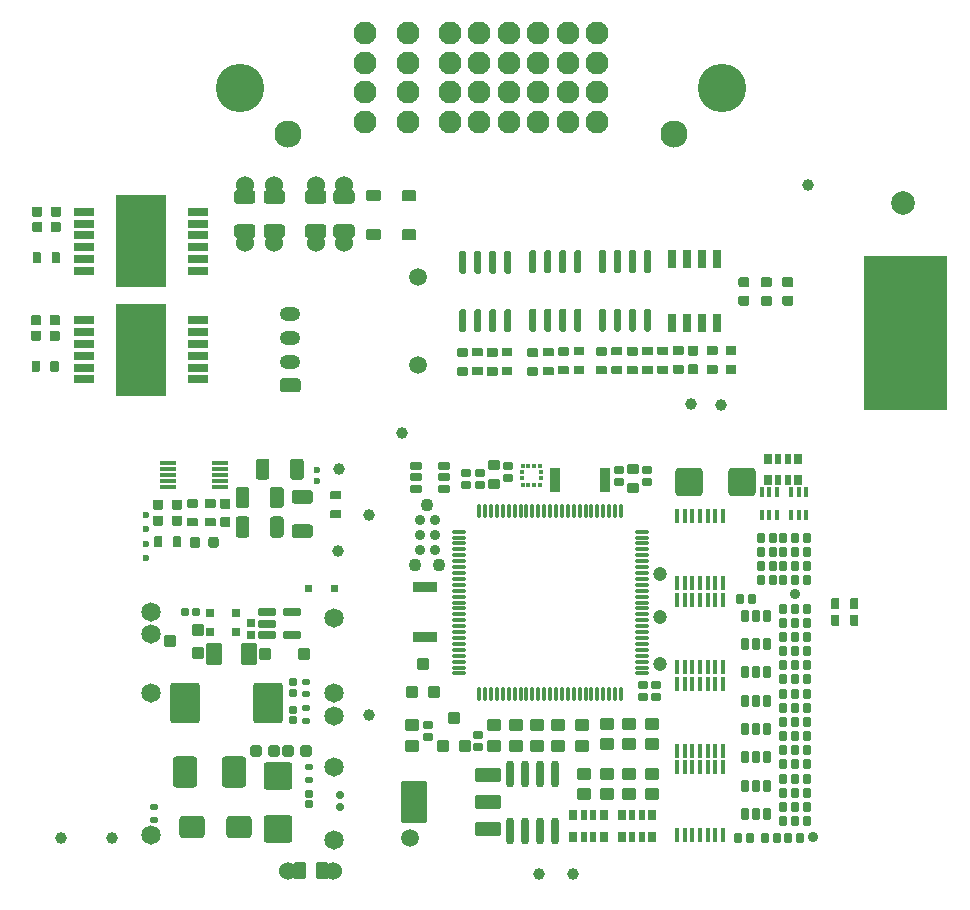
<source format=gts>
G75*
G70*
%OFA0B0*%
%FSLAX25Y25*%
%IPPOS*%
%LPD*%
%AMOC8*
5,1,8,0,0,1.08239X$1,22.5*
%
%AMM108*
21,1,0.029530,0.026380,-0.000000,0.000000,0.000000*
21,1,0.020470,0.035430,-0.000000,0.000000,0.000000*
1,1,0.009060,0.010240,-0.013190*
1,1,0.009060,-0.010240,-0.013190*
1,1,0.009060,-0.010240,0.013190*
1,1,0.009060,0.010240,0.013190*
%
%AMM109*
21,1,0.021650,0.027950,-0.000000,0.000000,0.000000*
21,1,0.014170,0.035430,-0.000000,0.000000,0.000000*
1,1,0.007480,0.007090,-0.013980*
1,1,0.007480,-0.007090,-0.013980*
1,1,0.007480,-0.007090,0.013980*
1,1,0.007480,0.007090,0.013980*
%
%AMM110*
21,1,0.016540,0.028980,-0.000000,0.000000,180.000000*
21,1,0.010080,0.035430,-0.000000,0.000000,180.000000*
1,1,0.006460,-0.005040,0.014490*
1,1,0.006460,0.005040,0.014490*
1,1,0.006460,0.005040,-0.014490*
1,1,0.006460,-0.005040,-0.014490*
%
%AMM111*
21,1,0.027560,0.030710,-0.000000,0.000000,270.000000*
21,1,0.018900,0.039370,-0.000000,0.000000,270.000000*
1,1,0.008660,-0.015350,-0.009450*
1,1,0.008660,-0.015350,0.009450*
1,1,0.008660,0.015350,0.009450*
1,1,0.008660,0.015350,-0.009450*
%
%AMM112*
21,1,0.031500,0.018900,-0.000000,0.000000,180.000000*
21,1,0.022840,0.027560,-0.000000,0.000000,180.000000*
1,1,0.008660,-0.011420,0.009450*
1,1,0.008660,0.011420,0.009450*
1,1,0.008660,0.011420,-0.009450*
1,1,0.008660,-0.011420,-0.009450*
%
%AMM113*
21,1,0.035430,0.072440,-0.000000,0.000000,180.000000*
21,1,0.025200,0.082680,-0.000000,0.000000,180.000000*
1,1,0.010240,-0.012600,0.036220*
1,1,0.010240,0.012600,0.036220*
1,1,0.010240,0.012600,-0.036220*
1,1,0.010240,-0.012600,-0.036220*
%
%AMM114*
21,1,0.031500,0.018900,-0.000000,0.000000,270.000000*
21,1,0.022840,0.027560,-0.000000,0.000000,270.000000*
1,1,0.008660,-0.009450,-0.011420*
1,1,0.008660,-0.009450,0.011420*
1,1,0.008660,0.009450,0.011420*
1,1,0.008660,0.009450,-0.011420*
%
%AMM115*
21,1,0.027560,0.030710,-0.000000,0.000000,0.000000*
21,1,0.018900,0.039370,-0.000000,0.000000,0.000000*
1,1,0.008660,0.009450,-0.015350*
1,1,0.008660,-0.009450,-0.015350*
1,1,0.008660,-0.009450,0.015350*
1,1,0.008660,0.009450,0.015350*
%
%AMM116*
21,1,0.039370,0.030320,-0.000000,0.000000,0.000000*
21,1,0.028350,0.041340,-0.000000,0.000000,0.000000*
1,1,0.011020,0.014170,-0.015160*
1,1,0.011020,-0.014170,-0.015160*
1,1,0.011020,-0.014170,0.015160*
1,1,0.011020,0.014170,0.015160*
%
%AMM117*
21,1,0.047240,0.075980,-0.000000,0.000000,90.000000*
21,1,0.034650,0.088580,-0.000000,0.000000,90.000000*
1,1,0.012600,0.037990,0.017320*
1,1,0.012600,0.037990,-0.017320*
1,1,0.012600,-0.037990,-0.017320*
1,1,0.012600,-0.037990,0.017320*
%
%AMM118*
21,1,0.043310,0.035430,-0.000000,0.000000,90.000000*
21,1,0.031500,0.047240,-0.000000,0.000000,90.000000*
1,1,0.011810,0.017720,0.015750*
1,1,0.011810,0.017720,-0.015750*
1,1,0.011810,-0.017720,-0.015750*
1,1,0.011810,-0.017720,0.015750*
%
%AMM119*
21,1,0.031500,0.030710,-0.000000,0.000000,90.000000*
21,1,0.022050,0.040160,-0.000000,0.000000,90.000000*
1,1,0.009450,0.015350,0.011020*
1,1,0.009450,0.015350,-0.011020*
1,1,0.009450,-0.015350,-0.011020*
1,1,0.009450,-0.015350,0.011020*
%
%AMM120*
21,1,0.035430,0.072440,-0.000000,0.000000,90.000000*
21,1,0.025200,0.082680,-0.000000,0.000000,90.000000*
1,1,0.010240,0.036220,0.012600*
1,1,0.010240,0.036220,-0.012600*
1,1,0.010240,-0.036220,-0.012600*
1,1,0.010240,-0.036220,0.012600*
%
%AMM121*
21,1,0.141730,0.067720,-0.000000,0.000000,90.000000*
21,1,0.120870,0.088580,-0.000000,0.000000,90.000000*
1,1,0.020870,0.033860,0.060430*
1,1,0.020870,0.033860,-0.060430*
1,1,0.020870,-0.033860,-0.060430*
1,1,0.020870,-0.033860,0.060430*
%
%AMM122*
21,1,0.047240,0.075990,-0.000000,0.000000,90.000000*
21,1,0.034650,0.088580,-0.000000,0.000000,90.000000*
1,1,0.012600,0.037990,0.017320*
1,1,0.012600,0.037990,-0.017320*
1,1,0.012600,-0.037990,-0.017320*
1,1,0.012600,-0.037990,0.017320*
%
%AMM123*
21,1,0.090550,0.073230,-0.000000,0.000000,180.000000*
21,1,0.069290,0.094490,-0.000000,0.000000,180.000000*
1,1,0.021260,-0.034650,0.036610*
1,1,0.021260,0.034650,0.036610*
1,1,0.021260,0.034650,-0.036610*
1,1,0.021260,-0.034650,-0.036610*
%
%AMM69*
21,1,0.092130,0.073230,0.000000,0.000000,270.000000*
21,1,0.069290,0.096060,0.000000,0.000000,270.000000*
1,1,0.022840,-0.036610,-0.034650*
1,1,0.022840,-0.036610,0.034650*
1,1,0.022840,0.036610,0.034650*
1,1,0.022840,0.036610,-0.034650*
%
%AMM70*
21,1,0.100000,0.111020,0.000000,0.000000,0.000000*
21,1,0.075590,0.135430,0.000000,0.000000,0.000000*
1,1,0.024410,0.037800,-0.055510*
1,1,0.024410,-0.037800,-0.055510*
1,1,0.024410,-0.037800,0.055510*
1,1,0.024410,0.037800,0.055510*
%
%AMM71*
21,1,0.080320,0.083460,0.000000,0.000000,0.000000*
21,1,0.059840,0.103940,0.000000,0.000000,0.000000*
1,1,0.020470,0.029920,-0.041730*
1,1,0.020470,-0.029920,-0.041730*
1,1,0.020470,-0.029920,0.041730*
1,1,0.020470,0.029920,0.041730*
%
%AMM72*
21,1,0.084250,0.053540,0.000000,0.000000,180.000000*
21,1,0.065350,0.072440,0.000000,0.000000,180.000000*
1,1,0.018900,-0.032680,0.026770*
1,1,0.018900,0.032680,0.026770*
1,1,0.018900,0.032680,-0.026770*
1,1,0.018900,-0.032680,-0.026770*
%
%AMM73*
21,1,0.040950,0.030320,0.000000,0.000000,90.000000*
21,1,0.028350,0.042910,0.000000,0.000000,90.000000*
1,1,0.012600,0.015160,0.014170*
1,1,0.012600,0.015160,-0.014170*
1,1,0.012600,-0.015160,-0.014170*
1,1,0.012600,-0.015160,0.014170*
%
%AMM74*
21,1,0.027170,0.052760,0.000000,0.000000,270.000000*
21,1,0.017320,0.062600,0.000000,0.000000,270.000000*
1,1,0.009840,-0.026380,-0.008660*
1,1,0.009840,-0.026380,0.008660*
1,1,0.009840,0.026380,0.008660*
1,1,0.009840,0.026380,-0.008660*
%
%AMM75*
21,1,0.041340,0.026770,0.000000,0.000000,0.000000*
21,1,0.029130,0.038980,0.000000,0.000000,0.000000*
1,1,0.012210,0.014570,-0.013390*
1,1,0.012210,-0.014570,-0.013390*
1,1,0.012210,-0.014570,0.013390*
1,1,0.012210,0.014570,0.013390*
%
%AMM76*
21,1,0.076380,0.036220,0.000000,0.000000,90.000000*
21,1,0.061810,0.050790,0.000000,0.000000,90.000000*
1,1,0.014570,0.018110,0.030910*
1,1,0.014570,0.018110,-0.030910*
1,1,0.014570,-0.018110,-0.030910*
1,1,0.014570,-0.018110,0.030910*
%
%AMM77*
21,1,0.038980,0.026770,0.000000,0.000000,0.000000*
21,1,0.026770,0.038980,0.000000,0.000000,0.000000*
1,1,0.012210,0.013390,-0.013390*
1,1,0.012210,-0.013390,-0.013390*
1,1,0.012210,-0.013390,0.013390*
1,1,0.012210,0.013390,0.013390*
%
%AMM78*
21,1,0.021260,0.016540,0.000000,0.000000,270.000000*
21,1,0.012600,0.025200,0.000000,0.000000,270.000000*
1,1,0.008660,-0.008270,-0.006300*
1,1,0.008660,-0.008270,0.006300*
1,1,0.008660,0.008270,0.006300*
1,1,0.008660,0.008270,-0.006300*
%
%AMM79*
21,1,0.029130,0.018900,0.000000,0.000000,90.000000*
21,1,0.018900,0.029130,0.000000,0.000000,90.000000*
1,1,0.010240,0.009450,0.009450*
1,1,0.010240,0.009450,-0.009450*
1,1,0.010240,-0.009450,-0.009450*
1,1,0.010240,-0.009450,0.009450*
%
%AMM80*
21,1,0.025200,0.019680,0.000000,0.000000,0.000000*
21,1,0.015750,0.029130,0.000000,0.000000,0.000000*
1,1,0.009450,0.007870,-0.009840*
1,1,0.009450,-0.007870,-0.009840*
1,1,0.009450,-0.007870,0.009840*
1,1,0.009450,0.007870,0.009840*
%
%AMM81*
21,1,0.025200,0.019680,0.000000,0.000000,270.000000*
21,1,0.015750,0.029130,0.000000,0.000000,270.000000*
1,1,0.009450,-0.009840,-0.007870*
1,1,0.009450,-0.009840,0.007870*
1,1,0.009450,0.009840,0.007870*
1,1,0.009450,0.009840,-0.007870*
%
%ADD109O,0.05118X0.01260*%
%ADD11C,0.03937*%
%ADD110O,0.01260X0.05118*%
%ADD112C,0.03494*%
%ADD115R,0.01772X0.01378*%
%ADD116R,0.01378X0.01772*%
%ADD12C,0.06000*%
%ADD128C,0.03543*%
%ADD13R,0.02559X0.06004*%
%ADD130C,0.04724*%
%ADD131C,0.04294*%
%ADD14R,0.06890X0.02559*%
%ADD15R,0.16929X0.31102*%
%ADD16O,0.06890X0.04724*%
%ADD17C,0.02362*%
%ADD173R,0.05512X0.01181*%
%ADD186M69*%
%ADD187M70*%
%ADD188M71*%
%ADD189M72*%
%ADD190M73*%
%ADD191M74*%
%ADD192M75*%
%ADD193M76*%
%ADD194M77*%
%ADD195M78*%
%ADD196M79*%
%ADD197M80*%
%ADD198M81*%
%ADD199C,0.02913*%
%ADD200C,0.06457*%
%ADD231M108*%
%ADD232M109*%
%ADD233M110*%
%ADD234O,0.01575X0.04724*%
%ADD235M111*%
%ADD236M112*%
%ADD237M113*%
%ADD238M114*%
%ADD239M115*%
%ADD240M116*%
%ADD241O,0.02756X0.09055*%
%ADD242M117*%
%ADD243M118*%
%ADD244M119*%
%ADD245M120*%
%ADD246M121*%
%ADD247M122*%
%ADD248M123*%
%ADD30C,0.07677*%
%ADD36C,0.07874*%
%ADD37C,0.05906*%
%ADD52C,0.00472*%
%ADD53C,0.16142*%
%ADD54C,0.09055*%
X0000000Y0000000D02*
%LPD*%
G01*
D52*
X0312598Y0161270D02*
X0285039Y0161270D01*
X0285039Y0212451D01*
X0312598Y0212451D01*
X0312598Y0161270D01*
G36*
X0312598Y0161270D02*
G01*
X0285039Y0161270D01*
X0285039Y0212451D01*
X0312598Y0212451D01*
X0312598Y0161270D01*
G37*
G36*
G01*
X0152874Y0172533D02*
X0149803Y0172533D01*
G75*
G02*
X0149528Y0172809I0000000J0000276D01*
G01*
X0149528Y0175013D01*
G75*
G02*
X0149803Y0175289I0000276J0000000D01*
G01*
X0152874Y0175289D01*
G75*
G02*
X0153150Y0175013I0000000J-000276D01*
G01*
X0153150Y0172809D01*
G75*
G02*
X0152874Y0172533I-000276J0000000D01*
G01*
G37*
G36*
G01*
X0152874Y0178832D02*
X0149803Y0178832D01*
G75*
G02*
X0149528Y0179108I0000000J0000276D01*
G01*
X0149528Y0181313D01*
G75*
G02*
X0149803Y0181588I0000276J0000000D01*
G01*
X0152874Y0181588D01*
G75*
G02*
X0153150Y0181313I0000000J-000276D01*
G01*
X0153150Y0179108D01*
G75*
G02*
X0152874Y0178832I-000276J0000000D01*
G01*
G37*
D11*
X0110236Y0141339D03*
G36*
G01*
X0229547Y0172972D02*
X0226870Y0172972D01*
G75*
G02*
X0226535Y0173307I0000000J0000335D01*
G01*
X0226535Y0175984D01*
G75*
G02*
X0226870Y0176319I0000335J0000000D01*
G01*
X0229547Y0176319D01*
G75*
G02*
X0229882Y0175984I0000000J-000335D01*
G01*
X0229882Y0173307D01*
G75*
G02*
X0229547Y0172972I-000335J0000000D01*
G01*
G37*
G36*
G01*
X0229547Y0179193D02*
X0226870Y0179193D01*
G75*
G02*
X0226535Y0179528I0000000J0000335D01*
G01*
X0226535Y0182205D01*
G75*
G02*
X0226870Y0182539I0000335J0000000D01*
G01*
X0229547Y0182539D01*
G75*
G02*
X0229882Y0182205I0000000J-000335D01*
G01*
X0229882Y0179528D01*
G75*
G02*
X0229547Y0179193I-000335J0000000D01*
G01*
G37*
G36*
G01*
X0211457Y0182087D02*
X0214528Y0182087D01*
G75*
G02*
X0214803Y0181811I0000000J-000276D01*
G01*
X0214803Y0179606D01*
G75*
G02*
X0214528Y0179331I-000276J0000000D01*
G01*
X0211457Y0179331D01*
G75*
G02*
X0211181Y0179606I0000000J0000276D01*
G01*
X0211181Y0181811D01*
G75*
G02*
X0211457Y0182087I0000276J0000000D01*
G01*
G37*
G36*
G01*
X0211457Y0175787D02*
X0214528Y0175787D01*
G75*
G02*
X0214803Y0175512I0000000J-000276D01*
G01*
X0214803Y0173307D01*
G75*
G02*
X0214528Y0173031I-000276J0000000D01*
G01*
X0211457Y0173031D01*
G75*
G02*
X0211181Y0173307I0000000J0000276D01*
G01*
X0211181Y0175512D01*
G75*
G02*
X0211457Y0175787I0000276J0000000D01*
G01*
G37*
G36*
G01*
X0007461Y0189606D02*
X0007461Y0192283D01*
G75*
G02*
X0007795Y0192618I0000335J0000000D01*
G01*
X0010472Y0192618D01*
G75*
G02*
X0010807Y0192283I0000000J-000335D01*
G01*
X0010807Y0189606D01*
G75*
G02*
X0010472Y0189272I-000335J0000000D01*
G01*
X0007795Y0189272D01*
G75*
G02*
X0007461Y0189606I0000000J0000335D01*
G01*
G37*
G36*
G01*
X0013681Y0189606D02*
X0013681Y0192283D01*
G75*
G02*
X0014016Y0192618I0000335J0000000D01*
G01*
X0016693Y0192618D01*
G75*
G02*
X0017028Y0192283I0000000J-000335D01*
G01*
X0017028Y0189606D01*
G75*
G02*
X0016693Y0189272I-000335J0000000D01*
G01*
X0014016Y0189272D01*
G75*
G02*
X0013681Y0189606I0000000J0000335D01*
G01*
G37*
G36*
G01*
X0283268Y0092480D02*
X0283268Y0089409D01*
G75*
G02*
X0282992Y0089134I-000276J0000000D01*
G01*
X0280787Y0089134D01*
G75*
G02*
X0280512Y0089409I0000000J0000276D01*
G01*
X0280512Y0092480D01*
G75*
G02*
X0280787Y0092756I0000276J0000000D01*
G01*
X0282992Y0092756D01*
G75*
G02*
X0283268Y0092480I0000000J-000276D01*
G01*
G37*
G36*
G01*
X0276969Y0092480D02*
X0276969Y0089409D01*
G75*
G02*
X0276693Y0089134I-000276J0000000D01*
G01*
X0274488Y0089134D01*
G75*
G02*
X0274213Y0089409I0000000J0000276D01*
G01*
X0274213Y0092480D01*
G75*
G02*
X0274488Y0092756I0000276J0000000D01*
G01*
X0276693Y0092756D01*
G75*
G02*
X0276969Y0092480I0000000J-000276D01*
G01*
G37*
G36*
G01*
X0201220Y0182087D02*
X0204291Y0182087D01*
G75*
G02*
X0204567Y0181811I0000000J-000276D01*
G01*
X0204567Y0179606D01*
G75*
G02*
X0204291Y0179331I-000276J0000000D01*
G01*
X0201220Y0179331D01*
G75*
G02*
X0200945Y0179606I0000000J0000276D01*
G01*
X0200945Y0181811D01*
G75*
G02*
X0201220Y0182087I0000276J0000000D01*
G01*
G37*
G36*
G01*
X0201220Y0175787D02*
X0204291Y0175787D01*
G75*
G02*
X0204567Y0175512I0000000J-000276D01*
G01*
X0204567Y0173307D01*
G75*
G02*
X0204291Y0173031I-000276J0000000D01*
G01*
X0201220Y0173031D01*
G75*
G02*
X0200945Y0173307I0000000J0000276D01*
G01*
X0200945Y0175512D01*
G75*
G02*
X0201220Y0175787I0000276J0000000D01*
G01*
G37*
D12*
X0111811Y0236024D03*
G36*
G01*
X0108268Y0230728D02*
X0108268Y0233445D01*
G75*
G02*
X0109173Y0234350I0000906J0000000D01*
G01*
X0114449Y0234350D01*
G75*
G02*
X0115354Y0233445I0000000J-000906D01*
G01*
X0115354Y0230728D01*
G75*
G02*
X0114449Y0229823I-000906J0000000D01*
G01*
X0109173Y0229823D01*
G75*
G02*
X0108268Y0230728I0000000J0000906D01*
G01*
G37*
G36*
G01*
X0108268Y0219311D02*
X0108268Y0222028D01*
G75*
G02*
X0109173Y0222933I0000906J0000000D01*
G01*
X0114449Y0222933D01*
G75*
G02*
X0115354Y0222028I0000000J-000906D01*
G01*
X0115354Y0219311D01*
G75*
G02*
X0114449Y0218405I-000906J0000000D01*
G01*
X0109173Y0218405D01*
G75*
G02*
X0108268Y0219311I0000000J0000906D01*
G01*
G37*
X0111811Y0216732D03*
D11*
X0017323Y0018504D03*
G36*
G01*
X0198602Y0187205D02*
X0197421Y0187205D01*
G75*
G02*
X0196831Y0187795I0000000J0000591D01*
G01*
X0196831Y0194291D01*
G75*
G02*
X0197421Y0194882I0000591J0000000D01*
G01*
X0198602Y0194882D01*
G75*
G02*
X0199193Y0194291I0000000J-000591D01*
G01*
X0199193Y0187795D01*
G75*
G02*
X0198602Y0187205I-000591J0000000D01*
G01*
G37*
G36*
G01*
X0203602Y0187205D02*
X0202421Y0187205D01*
G75*
G02*
X0201831Y0187795I0000000J0000591D01*
G01*
X0201831Y0194291D01*
G75*
G02*
X0202421Y0194882I0000591J0000000D01*
G01*
X0203602Y0194882D01*
G75*
G02*
X0204193Y0194291I0000000J-000591D01*
G01*
X0204193Y0187795D01*
G75*
G02*
X0203602Y0187205I-000591J0000000D01*
G01*
G37*
G36*
G01*
X0208602Y0187205D02*
X0207421Y0187205D01*
G75*
G02*
X0206831Y0187795I0000000J0000591D01*
G01*
X0206831Y0194291D01*
G75*
G02*
X0207421Y0194882I0000591J0000000D01*
G01*
X0208602Y0194882D01*
G75*
G02*
X0209193Y0194291I0000000J-000591D01*
G01*
X0209193Y0187795D01*
G75*
G02*
X0208602Y0187205I-000591J0000000D01*
G01*
G37*
G36*
G01*
X0213602Y0187205D02*
X0212421Y0187205D01*
G75*
G02*
X0211831Y0187795I0000000J0000591D01*
G01*
X0211831Y0194291D01*
G75*
G02*
X0212421Y0194882I0000591J0000000D01*
G01*
X0213602Y0194882D01*
G75*
G02*
X0214193Y0194291I0000000J-000591D01*
G01*
X0214193Y0187795D01*
G75*
G02*
X0213602Y0187205I-000591J0000000D01*
G01*
G37*
G36*
G01*
X0213602Y0206693D02*
X0212421Y0206693D01*
G75*
G02*
X0211831Y0207283I0000000J0000591D01*
G01*
X0211831Y0213780D01*
G75*
G02*
X0212421Y0214370I0000591J0000000D01*
G01*
X0213602Y0214370D01*
G75*
G02*
X0214193Y0213780I0000000J-000591D01*
G01*
X0214193Y0207283D01*
G75*
G02*
X0213602Y0206693I-000591J0000000D01*
G01*
G37*
G36*
G01*
X0208602Y0206693D02*
X0207421Y0206693D01*
G75*
G02*
X0206831Y0207283I0000000J0000591D01*
G01*
X0206831Y0213780D01*
G75*
G02*
X0207421Y0214370I0000591J0000000D01*
G01*
X0208602Y0214370D01*
G75*
G02*
X0209193Y0213780I0000000J-000591D01*
G01*
X0209193Y0207283D01*
G75*
G02*
X0208602Y0206693I-000591J0000000D01*
G01*
G37*
G36*
G01*
X0203602Y0206693D02*
X0202421Y0206693D01*
G75*
G02*
X0201831Y0207283I0000000J0000591D01*
G01*
X0201831Y0213780D01*
G75*
G02*
X0202421Y0214370I0000591J0000000D01*
G01*
X0203602Y0214370D01*
G75*
G02*
X0204193Y0213780I0000000J-000591D01*
G01*
X0204193Y0207283D01*
G75*
G02*
X0203602Y0206693I-000591J0000000D01*
G01*
G37*
G36*
G01*
X0198602Y0206693D02*
X0197421Y0206693D01*
G75*
G02*
X0196831Y0207283I0000000J0000591D01*
G01*
X0196831Y0213780D01*
G75*
G02*
X0197421Y0214370I0000591J0000000D01*
G01*
X0198602Y0214370D01*
G75*
G02*
X0199193Y0213780I0000000J-000591D01*
G01*
X0199193Y0207283D01*
G75*
G02*
X0198602Y0206693I-000591J0000000D01*
G01*
G37*
D13*
X0221240Y0190209D03*
X0226240Y0190209D03*
X0231240Y0190209D03*
X0236240Y0190209D03*
X0236240Y0211563D03*
X0231240Y0211563D03*
X0226240Y0211563D03*
X0221240Y0211563D03*
G36*
G01*
X0016732Y0177126D02*
X0016732Y0174055D01*
G75*
G02*
X0016457Y0173780I-000276J0000000D01*
G01*
X0014252Y0173780D01*
G75*
G02*
X0013976Y0174055I0000000J0000276D01*
G01*
X0013976Y0177126D01*
G75*
G02*
X0014252Y0177402I0000276J0000000D01*
G01*
X0016457Y0177402D01*
G75*
G02*
X0016732Y0177126I0000000J-000276D01*
G01*
G37*
G36*
G01*
X0010433Y0177126D02*
X0010433Y0174055D01*
G75*
G02*
X0010157Y0173780I-000276J0000000D01*
G01*
X0007953Y0173780D01*
G75*
G02*
X0007677Y0174055I0000000J0000276D01*
G01*
X0007677Y0177126D01*
G75*
G02*
X0007953Y0177402I0000276J0000000D01*
G01*
X0010157Y0177402D01*
G75*
G02*
X0010433Y0177126I0000000J-000276D01*
G01*
G37*
G36*
G01*
X0007854Y0225827D02*
X0007854Y0228504D01*
G75*
G02*
X0008189Y0228839I0000335J0000000D01*
G01*
X0010866Y0228839D01*
G75*
G02*
X0011201Y0228504I0000000J-000335D01*
G01*
X0011201Y0225827D01*
G75*
G02*
X0010866Y0225492I-000335J0000000D01*
G01*
X0008189Y0225492D01*
G75*
G02*
X0007854Y0225827I0000000J0000335D01*
G01*
G37*
G36*
G01*
X0014075Y0225827D02*
X0014075Y0228504D01*
G75*
G02*
X0014409Y0228839I0000335J0000000D01*
G01*
X0017087Y0228839D01*
G75*
G02*
X0017421Y0228504I0000000J-000335D01*
G01*
X0017421Y0225827D01*
G75*
G02*
X0017087Y0225492I-000335J0000000D01*
G01*
X0014409Y0225492D01*
G75*
G02*
X0014075Y0225827I0000000J0000335D01*
G01*
G37*
G36*
G01*
X0274213Y0094921D02*
X0274213Y0097992D01*
G75*
G02*
X0274488Y0098268I0000276J0000000D01*
G01*
X0276693Y0098268D01*
G75*
G02*
X0276969Y0097992I0000000J-000276D01*
G01*
X0276969Y0094921D01*
G75*
G02*
X0276693Y0094646I-000276J0000000D01*
G01*
X0274488Y0094646D01*
G75*
G02*
X0274213Y0094921I0000000J0000276D01*
G01*
G37*
G36*
G01*
X0280512Y0094921D02*
X0280512Y0097992D01*
G75*
G02*
X0280787Y0098268I0000276J0000000D01*
G01*
X0282992Y0098268D01*
G75*
G02*
X0283268Y0097992I0000000J-000276D01*
G01*
X0283268Y0094921D01*
G75*
G02*
X0282992Y0094646I-000276J0000000D01*
G01*
X0280787Y0094646D01*
G75*
G02*
X0280512Y0094921I0000000J0000276D01*
G01*
G37*
D11*
X0034646Y0018504D03*
D14*
X0062992Y0171260D03*
X0062992Y0175197D03*
X0062992Y0179134D03*
X0062992Y0183071D03*
X0062992Y0187008D03*
X0062992Y0190945D03*
X0025197Y0190945D03*
X0025197Y0187008D03*
X0025197Y0183071D03*
X0025197Y0179134D03*
X0025197Y0175197D03*
X0025197Y0171260D03*
D15*
X0044094Y0181102D03*
G36*
G01*
X0109600Y0100443D02*
X0107711Y0100443D01*
G75*
G02*
X0107474Y0100679I0000000J0000236D01*
G01*
X0107474Y0102569D01*
G75*
G02*
X0107711Y0102805I0000236J0000000D01*
G01*
X0109600Y0102805D01*
G75*
G02*
X0109837Y0102569I0000000J-000236D01*
G01*
X0109837Y0100679D01*
G75*
G02*
X0109600Y0100443I-000236J0000000D01*
G01*
G37*
G36*
G01*
X0100939Y0100443D02*
X0099049Y0100443D01*
G75*
G02*
X0098813Y0100679I0000000J0000236D01*
G01*
X0098813Y0102569D01*
G75*
G02*
X0099049Y0102805I0000236J0000000D01*
G01*
X0100939Y0102805D01*
G75*
G02*
X0101175Y0102569I0000000J-000236D01*
G01*
X0101175Y0100679D01*
G75*
G02*
X0100939Y0100443I-000236J0000000D01*
G01*
G37*
D11*
X0227559Y0162992D03*
G36*
G01*
X0007461Y0184488D02*
X0007461Y0187165D01*
G75*
G02*
X0007795Y0187500I0000335J0000000D01*
G01*
X0010472Y0187500D01*
G75*
G02*
X0010807Y0187165I0000000J-000335D01*
G01*
X0010807Y0184488D01*
G75*
G02*
X0010472Y0184154I-000335J0000000D01*
G01*
X0007795Y0184154D01*
G75*
G02*
X0007461Y0184488I0000000J0000335D01*
G01*
G37*
G36*
G01*
X0013681Y0184488D02*
X0013681Y0187165D01*
G75*
G02*
X0014016Y0187500I0000335J0000000D01*
G01*
X0016693Y0187500D01*
G75*
G02*
X0017028Y0187165I0000000J-000335D01*
G01*
X0017028Y0184488D01*
G75*
G02*
X0016693Y0184154I-000335J0000000D01*
G01*
X0014016Y0184154D01*
G75*
G02*
X0013681Y0184488I0000000J0000335D01*
G01*
G37*
G36*
G01*
X0110591Y0125000D02*
X0107520Y0125000D01*
G75*
G02*
X0107244Y0125276I0000000J0000276D01*
G01*
X0107244Y0127480D01*
G75*
G02*
X0107520Y0127756I0000276J0000000D01*
G01*
X0110591Y0127756D01*
G75*
G02*
X0110866Y0127480I0000000J-000276D01*
G01*
X0110866Y0125276D01*
G75*
G02*
X0110591Y0125000I-000276J0000000D01*
G01*
G37*
G36*
G01*
X0110591Y0131299D02*
X0107520Y0131299D01*
G75*
G02*
X0107244Y0131575I0000000J0000276D01*
G01*
X0107244Y0133780D01*
G75*
G02*
X0107520Y0134055I0000276J0000000D01*
G01*
X0110591Y0134055D01*
G75*
G02*
X0110866Y0133780I0000000J-000276D01*
G01*
X0110866Y0131575D01*
G75*
G02*
X0110591Y0131299I-000276J0000000D01*
G01*
G37*
G36*
G01*
X0096358Y0166929D02*
X0091437Y0166929D01*
G75*
G02*
X0090453Y0167913I0000000J0000984D01*
G01*
X0090453Y0170669D01*
G75*
G02*
X0091437Y0171654I0000984J0000000D01*
G01*
X0096358Y0171654D01*
G75*
G02*
X0097343Y0170669I0000000J-000984D01*
G01*
X0097343Y0167913D01*
G75*
G02*
X0096358Y0166929I-000984J0000000D01*
G01*
G37*
D16*
X0093898Y0177165D03*
X0093898Y0185039D03*
X0093898Y0192913D03*
G36*
G01*
X0209409Y0172933D02*
X0206339Y0172933D01*
G75*
G02*
X0206063Y0173209I0000000J0000276D01*
G01*
X0206063Y0175413D01*
G75*
G02*
X0206339Y0175689I0000276J0000000D01*
G01*
X0209409Y0175689D01*
G75*
G02*
X0209685Y0175413I0000000J-000276D01*
G01*
X0209685Y0173209D01*
G75*
G02*
X0209409Y0172933I-000276J0000000D01*
G01*
G37*
G36*
G01*
X0209409Y0179232D02*
X0206339Y0179232D01*
G75*
G02*
X0206063Y0179508I0000000J0000276D01*
G01*
X0206063Y0181713D01*
G75*
G02*
X0206339Y0181988I0000276J0000000D01*
G01*
X0209409Y0181988D01*
G75*
G02*
X0209685Y0181713I0000000J-000276D01*
G01*
X0209685Y0179508D01*
G75*
G02*
X0209409Y0179232I-000276J0000000D01*
G01*
G37*
D11*
X0109843Y0114173D03*
G36*
G01*
X0219646Y0173130D02*
X0216575Y0173130D01*
G75*
G02*
X0216299Y0173406I0000000J0000276D01*
G01*
X0216299Y0175610D01*
G75*
G02*
X0216575Y0175886I0000276J0000000D01*
G01*
X0219646Y0175886D01*
G75*
G02*
X0219921Y0175610I0000000J-000276D01*
G01*
X0219921Y0173406D01*
G75*
G02*
X0219646Y0173130I-000276J0000000D01*
G01*
G37*
G36*
G01*
X0219646Y0179429D02*
X0216575Y0179429D01*
G75*
G02*
X0216299Y0179705I0000000J0000276D01*
G01*
X0216299Y0181909D01*
G75*
G02*
X0216575Y0182185I0000276J0000000D01*
G01*
X0219646Y0182185D01*
G75*
G02*
X0219921Y0181909I0000000J-000276D01*
G01*
X0219921Y0179705D01*
G75*
G02*
X0219646Y0179429I-000276J0000000D01*
G01*
G37*
G36*
G01*
X0176260Y0172539D02*
X0173189Y0172539D01*
G75*
G02*
X0172913Y0172815I0000000J0000276D01*
G01*
X0172913Y0175020D01*
G75*
G02*
X0173189Y0175295I0000276J0000000D01*
G01*
X0176260Y0175295D01*
G75*
G02*
X0176535Y0175020I0000000J-000276D01*
G01*
X0176535Y0172815D01*
G75*
G02*
X0176260Y0172539I-000276J0000000D01*
G01*
G37*
G36*
G01*
X0176260Y0178839D02*
X0173189Y0178839D01*
G75*
G02*
X0172913Y0179114I0000000J0000276D01*
G01*
X0172913Y0181319D01*
G75*
G02*
X0173189Y0181594I0000276J0000000D01*
G01*
X0176260Y0181594D01*
G75*
G02*
X0176535Y0181319I0000000J-000276D01*
G01*
X0176535Y0179114D01*
G75*
G02*
X0176260Y0178839I-000276J0000000D01*
G01*
G37*
G36*
G01*
X0154764Y0181693D02*
X0157835Y0181693D01*
G75*
G02*
X0158110Y0181417I0000000J-000276D01*
G01*
X0158110Y0179213D01*
G75*
G02*
X0157835Y0178937I-000276J0000000D01*
G01*
X0154764Y0178937D01*
G75*
G02*
X0154488Y0179213I0000000J0000276D01*
G01*
X0154488Y0181417D01*
G75*
G02*
X0154764Y0181693I0000276J0000000D01*
G01*
G37*
G36*
G01*
X0154764Y0175394D02*
X0157835Y0175394D01*
G75*
G02*
X0158110Y0175118I0000000J-000276D01*
G01*
X0158110Y0172913D01*
G75*
G02*
X0157835Y0172638I-000276J0000000D01*
G01*
X0154764Y0172638D01*
G75*
G02*
X0154488Y0172913I0000000J0000276D01*
G01*
X0154488Y0175118D01*
G75*
G02*
X0154764Y0175394I0000276J0000000D01*
G01*
G37*
X0120079Y0125984D03*
D53*
X0237795Y0268307D03*
D54*
X0221654Y0253150D03*
X0093307Y0253150D03*
D53*
X0077165Y0268307D03*
D30*
X0196260Y0257087D03*
X0196260Y0266929D03*
X0196260Y0276772D03*
X0196260Y0286614D03*
X0186417Y0257087D03*
X0186417Y0266929D03*
X0186417Y0276772D03*
X0186417Y0286614D03*
X0176575Y0257087D03*
X0176575Y0266929D03*
X0176575Y0276772D03*
X0176575Y0286614D03*
X0166732Y0257087D03*
X0166732Y0266929D03*
X0166732Y0276772D03*
X0166732Y0286614D03*
X0156890Y0257087D03*
X0156890Y0266929D03*
X0156890Y0276772D03*
X0156890Y0286614D03*
X0147047Y0257087D03*
X0147047Y0266929D03*
X0147047Y0276772D03*
X0147047Y0286614D03*
X0133268Y0257087D03*
X0133268Y0266929D03*
X0133268Y0276772D03*
X0133268Y0286614D03*
X0118701Y0257087D03*
X0118701Y0266929D03*
X0118701Y0276772D03*
X0118701Y0286614D03*
D14*
X0062992Y0207480D03*
X0062992Y0211417D03*
X0062992Y0215354D03*
X0062992Y0219291D03*
X0062992Y0223228D03*
X0062992Y0227165D03*
X0025197Y0227165D03*
X0025197Y0223228D03*
X0025197Y0219291D03*
X0025197Y0215354D03*
X0025197Y0211417D03*
X0025197Y0207480D03*
D15*
X0044094Y0217323D03*
D11*
X0188189Y0006299D03*
X0176772Y0006299D03*
X0266535Y0236220D03*
G36*
G01*
X0251609Y0205364D02*
X0253627Y0205364D01*
G75*
G02*
X0254488Y0204503I0000000J-000861D01*
G01*
X0254488Y0202781D01*
G75*
G02*
X0253627Y0201919I-000861J0000000D01*
G01*
X0251609Y0201919D01*
G75*
G02*
X0250748Y0202781I0000000J0000861D01*
G01*
X0250748Y0204503D01*
G75*
G02*
X0251609Y0205364I0000861J0000000D01*
G01*
G37*
G36*
G01*
X0251609Y0199163D02*
X0253627Y0199163D01*
G75*
G02*
X0254488Y0198302I0000000J-000861D01*
G01*
X0254488Y0196580D01*
G75*
G02*
X0253627Y0195719I-000861J0000000D01*
G01*
X0251609Y0195719D01*
G75*
G02*
X0250748Y0196580I0000000J0000861D01*
G01*
X0250748Y0198302D01*
G75*
G02*
X0251609Y0199163I0000861J0000000D01*
G01*
G37*
G36*
G01*
X0152047Y0187008D02*
X0150866Y0187008D01*
G75*
G02*
X0150276Y0187598I0000000J0000591D01*
G01*
X0150276Y0194094D01*
G75*
G02*
X0150866Y0194685I0000591J0000000D01*
G01*
X0152047Y0194685D01*
G75*
G02*
X0152638Y0194094I0000000J-000591D01*
G01*
X0152638Y0187598D01*
G75*
G02*
X0152047Y0187008I-000591J0000000D01*
G01*
G37*
G36*
G01*
X0157047Y0187008D02*
X0155866Y0187008D01*
G75*
G02*
X0155276Y0187598I0000000J0000591D01*
G01*
X0155276Y0194094D01*
G75*
G02*
X0155866Y0194685I0000591J0000000D01*
G01*
X0157047Y0194685D01*
G75*
G02*
X0157638Y0194094I0000000J-000591D01*
G01*
X0157638Y0187598D01*
G75*
G02*
X0157047Y0187008I-000591J0000000D01*
G01*
G37*
G36*
G01*
X0162047Y0187008D02*
X0160866Y0187008D01*
G75*
G02*
X0160276Y0187598I0000000J0000591D01*
G01*
X0160276Y0194094D01*
G75*
G02*
X0160866Y0194685I0000591J0000000D01*
G01*
X0162047Y0194685D01*
G75*
G02*
X0162638Y0194094I0000000J-000591D01*
G01*
X0162638Y0187598D01*
G75*
G02*
X0162047Y0187008I-000591J0000000D01*
G01*
G37*
G36*
G01*
X0167047Y0187008D02*
X0165866Y0187008D01*
G75*
G02*
X0165276Y0187598I0000000J0000591D01*
G01*
X0165276Y0194094D01*
G75*
G02*
X0165866Y0194685I0000591J0000000D01*
G01*
X0167047Y0194685D01*
G75*
G02*
X0167638Y0194094I0000000J-000591D01*
G01*
X0167638Y0187598D01*
G75*
G02*
X0167047Y0187008I-000591J0000000D01*
G01*
G37*
G36*
G01*
X0167047Y0206496D02*
X0165866Y0206496D01*
G75*
G02*
X0165276Y0207087I0000000J0000591D01*
G01*
X0165276Y0213583D01*
G75*
G02*
X0165866Y0214173I0000591J0000000D01*
G01*
X0167047Y0214173D01*
G75*
G02*
X0167638Y0213583I0000000J-000591D01*
G01*
X0167638Y0207087D01*
G75*
G02*
X0167047Y0206496I-000591J0000000D01*
G01*
G37*
G36*
G01*
X0162047Y0206496D02*
X0160866Y0206496D01*
G75*
G02*
X0160276Y0207087I0000000J0000591D01*
G01*
X0160276Y0213583D01*
G75*
G02*
X0160866Y0214173I0000591J0000000D01*
G01*
X0162047Y0214173D01*
G75*
G02*
X0162638Y0213583I0000000J-000591D01*
G01*
X0162638Y0207087D01*
G75*
G02*
X0162047Y0206496I-000591J0000000D01*
G01*
G37*
G36*
G01*
X0157047Y0206496D02*
X0155866Y0206496D01*
G75*
G02*
X0155276Y0207087I0000000J0000591D01*
G01*
X0155276Y0213583D01*
G75*
G02*
X0155866Y0214173I0000591J0000000D01*
G01*
X0157047Y0214173D01*
G75*
G02*
X0157638Y0213583I0000000J-000591D01*
G01*
X0157638Y0207087D01*
G75*
G02*
X0157047Y0206496I-000591J0000000D01*
G01*
G37*
G36*
G01*
X0152047Y0206496D02*
X0150866Y0206496D01*
G75*
G02*
X0150276Y0207087I0000000J0000591D01*
G01*
X0150276Y0213583D01*
G75*
G02*
X0150866Y0214173I0000591J0000000D01*
G01*
X0152047Y0214173D01*
G75*
G02*
X0152638Y0213583I0000000J-000591D01*
G01*
X0152638Y0207087D01*
G75*
G02*
X0152047Y0206496I-000591J0000000D01*
G01*
G37*
D12*
X0088583Y0236024D03*
G36*
G01*
X0085039Y0230728D02*
X0085039Y0233445D01*
G75*
G02*
X0085945Y0234350I0000906J0000000D01*
G01*
X0091220Y0234350D01*
G75*
G02*
X0092126Y0233445I0000000J-000906D01*
G01*
X0092126Y0230728D01*
G75*
G02*
X0091220Y0229823I-000906J0000000D01*
G01*
X0085945Y0229823D01*
G75*
G02*
X0085039Y0230728I0000000J0000906D01*
G01*
G37*
G36*
G01*
X0085039Y0219311D02*
X0085039Y0222028D01*
G75*
G02*
X0085945Y0222933I0000906J0000000D01*
G01*
X0091220Y0222933D01*
G75*
G02*
X0092126Y0222028I0000000J-000906D01*
G01*
X0092126Y0219311D01*
G75*
G02*
X0091220Y0218405I-000906J0000000D01*
G01*
X0085945Y0218405D01*
G75*
G02*
X0085039Y0219311I0000000J0000906D01*
G01*
G37*
X0088583Y0216732D03*
D11*
X0237402Y0162598D03*
G36*
G01*
X0178386Y0181693D02*
X0181457Y0181693D01*
G75*
G02*
X0181732Y0181417I0000000J-000276D01*
G01*
X0181732Y0179213D01*
G75*
G02*
X0181457Y0178937I-000276J0000000D01*
G01*
X0178386Y0178937D01*
G75*
G02*
X0178110Y0179213I0000000J0000276D01*
G01*
X0178110Y0181417D01*
G75*
G02*
X0178386Y0181693I0000276J0000000D01*
G01*
G37*
G36*
G01*
X0178386Y0175394D02*
X0181457Y0175394D01*
G75*
G02*
X0181732Y0175118I0000000J-000276D01*
G01*
X0181732Y0172913D01*
G75*
G02*
X0181457Y0172638I-000276J0000000D01*
G01*
X0178386Y0172638D01*
G75*
G02*
X0178110Y0172913I0000000J0000276D01*
G01*
X0178110Y0175118D01*
G75*
G02*
X0178386Y0175394I0000276J0000000D01*
G01*
G37*
D12*
X0093287Y0007480D03*
G36*
G01*
X0095079Y0005020D02*
X0095079Y0009941D01*
G75*
G02*
X0095472Y0010335I0000394J0000000D01*
G01*
X0098622Y0010335D01*
G75*
G02*
X0099016Y0009941I0000000J-000394D01*
G01*
X0099016Y0005020D01*
G75*
G02*
X0098622Y0004626I-000394J0000000D01*
G01*
X0095472Y0004626D01*
G75*
G02*
X0095079Y0005020I0000000J0000394D01*
G01*
G37*
G36*
G01*
X0102559Y0005020D02*
X0102559Y0009941D01*
G75*
G02*
X0102953Y0010335I0000394J0000000D01*
G01*
X0106102Y0010335D01*
G75*
G02*
X0106496Y0009941I0000000J-000394D01*
G01*
X0106496Y0005020D01*
G75*
G02*
X0106102Y0004626I-000394J0000000D01*
G01*
X0102953Y0004626D01*
G75*
G02*
X0102559Y0005020I0000000J0000394D01*
G01*
G37*
X0108287Y0007480D03*
G36*
G01*
X0017126Y0213346D02*
X0017126Y0210276D01*
G75*
G02*
X0016850Y0210000I-000276J0000000D01*
G01*
X0014646Y0210000D01*
G75*
G02*
X0014370Y0210276I0000000J0000276D01*
G01*
X0014370Y0213346D01*
G75*
G02*
X0014646Y0213622I0000276J0000000D01*
G01*
X0016850Y0213622D01*
G75*
G02*
X0017126Y0213346I0000000J-000276D01*
G01*
G37*
G36*
G01*
X0010827Y0213346D02*
X0010827Y0210276D01*
G75*
G02*
X0010551Y0210000I-000276J0000000D01*
G01*
X0008346Y0210000D01*
G75*
G02*
X0008071Y0210276I0000000J0000276D01*
G01*
X0008071Y0213346D01*
G75*
G02*
X0008346Y0213622I0000276J0000000D01*
G01*
X0010551Y0213622D01*
G75*
G02*
X0010827Y0213346I0000000J-000276D01*
G01*
G37*
D11*
X0120079Y0059449D03*
G36*
G01*
X0123661Y0217717D02*
X0119646Y0217717D01*
G75*
G02*
X0119291Y0218071I0000000J0000354D01*
G01*
X0119291Y0220906D01*
G75*
G02*
X0119646Y0221260I0000354J0000000D01*
G01*
X0123661Y0221260D01*
G75*
G02*
X0124016Y0220906I0000000J-000354D01*
G01*
X0124016Y0218071D01*
G75*
G02*
X0123661Y0217717I-000354J0000000D01*
G01*
G37*
G36*
G01*
X0123661Y0230709D02*
X0119646Y0230709D01*
G75*
G02*
X0119291Y0231063I0000000J0000354D01*
G01*
X0119291Y0233898D01*
G75*
G02*
X0119646Y0234252I0000354J0000000D01*
G01*
X0123661Y0234252D01*
G75*
G02*
X0124016Y0233898I0000000J-000354D01*
G01*
X0124016Y0231063D01*
G75*
G02*
X0123661Y0230709I-000354J0000000D01*
G01*
G37*
D12*
X0078740Y0236024D03*
G36*
G01*
X0075197Y0230728D02*
X0075197Y0233445D01*
G75*
G02*
X0076102Y0234350I0000906J0000000D01*
G01*
X0081378Y0234350D01*
G75*
G02*
X0082283Y0233445I0000000J-000906D01*
G01*
X0082283Y0230728D01*
G75*
G02*
X0081378Y0229823I-000906J0000000D01*
G01*
X0076102Y0229823D01*
G75*
G02*
X0075197Y0230728I0000000J0000906D01*
G01*
G37*
G36*
G01*
X0075197Y0219311D02*
X0075197Y0222028D01*
G75*
G02*
X0076102Y0222933I0000906J0000000D01*
G01*
X0081378Y0222933D01*
G75*
G02*
X0082283Y0222028I0000000J-000906D01*
G01*
X0082283Y0219311D01*
G75*
G02*
X0081378Y0218405I-000906J0000000D01*
G01*
X0076102Y0218405D01*
G75*
G02*
X0075197Y0219311I0000000J0000906D01*
G01*
G37*
X0078740Y0216732D03*
D11*
X0131102Y0153543D03*
G36*
G01*
X0135472Y0217717D02*
X0131457Y0217717D01*
G75*
G02*
X0131102Y0218071I0000000J0000354D01*
G01*
X0131102Y0220906D01*
G75*
G02*
X0131457Y0221260I0000354J0000000D01*
G01*
X0135472Y0221260D01*
G75*
G02*
X0135827Y0220906I0000000J-000354D01*
G01*
X0135827Y0218071D01*
G75*
G02*
X0135472Y0217717I-000354J0000000D01*
G01*
G37*
G36*
G01*
X0135472Y0230709D02*
X0131457Y0230709D01*
G75*
G02*
X0131102Y0231063I0000000J0000354D01*
G01*
X0131102Y0233898D01*
G75*
G02*
X0131457Y0234252I0000354J0000000D01*
G01*
X0135472Y0234252D01*
G75*
G02*
X0135827Y0233898I0000000J-000354D01*
G01*
X0135827Y0231063D01*
G75*
G02*
X0135472Y0230709I-000354J0000000D01*
G01*
G37*
G36*
G01*
X0175374Y0187205D02*
X0174193Y0187205D01*
G75*
G02*
X0173602Y0187795I0000000J0000591D01*
G01*
X0173602Y0194291D01*
G75*
G02*
X0174193Y0194882I0000591J0000000D01*
G01*
X0175374Y0194882D01*
G75*
G02*
X0175965Y0194291I0000000J-000591D01*
G01*
X0175965Y0187795D01*
G75*
G02*
X0175374Y0187205I-000591J0000000D01*
G01*
G37*
G36*
G01*
X0180374Y0187205D02*
X0179193Y0187205D01*
G75*
G02*
X0178602Y0187795I0000000J0000591D01*
G01*
X0178602Y0194291D01*
G75*
G02*
X0179193Y0194882I0000591J0000000D01*
G01*
X0180374Y0194882D01*
G75*
G02*
X0180965Y0194291I0000000J-000591D01*
G01*
X0180965Y0187795D01*
G75*
G02*
X0180374Y0187205I-000591J0000000D01*
G01*
G37*
G36*
G01*
X0185374Y0187205D02*
X0184193Y0187205D01*
G75*
G02*
X0183602Y0187795I0000000J0000591D01*
G01*
X0183602Y0194291D01*
G75*
G02*
X0184193Y0194882I0000591J0000000D01*
G01*
X0185374Y0194882D01*
G75*
G02*
X0185965Y0194291I0000000J-000591D01*
G01*
X0185965Y0187795D01*
G75*
G02*
X0185374Y0187205I-000591J0000000D01*
G01*
G37*
G36*
G01*
X0190374Y0187205D02*
X0189193Y0187205D01*
G75*
G02*
X0188602Y0187795I0000000J0000591D01*
G01*
X0188602Y0194291D01*
G75*
G02*
X0189193Y0194882I0000591J0000000D01*
G01*
X0190374Y0194882D01*
G75*
G02*
X0190965Y0194291I0000000J-000591D01*
G01*
X0190965Y0187795D01*
G75*
G02*
X0190374Y0187205I-000591J0000000D01*
G01*
G37*
G36*
G01*
X0190374Y0206693D02*
X0189193Y0206693D01*
G75*
G02*
X0188602Y0207283I0000000J0000591D01*
G01*
X0188602Y0213780D01*
G75*
G02*
X0189193Y0214370I0000591J0000000D01*
G01*
X0190374Y0214370D01*
G75*
G02*
X0190965Y0213780I0000000J-000591D01*
G01*
X0190965Y0207283D01*
G75*
G02*
X0190374Y0206693I-000591J0000000D01*
G01*
G37*
G36*
G01*
X0185374Y0206693D02*
X0184193Y0206693D01*
G75*
G02*
X0183602Y0207283I0000000J0000591D01*
G01*
X0183602Y0213780D01*
G75*
G02*
X0184193Y0214370I0000591J0000000D01*
G01*
X0185374Y0214370D01*
G75*
G02*
X0185965Y0213780I0000000J-000591D01*
G01*
X0185965Y0207283D01*
G75*
G02*
X0185374Y0206693I-000591J0000000D01*
G01*
G37*
G36*
G01*
X0180374Y0206693D02*
X0179193Y0206693D01*
G75*
G02*
X0178602Y0207283I0000000J0000591D01*
G01*
X0178602Y0213780D01*
G75*
G02*
X0179193Y0214370I0000591J0000000D01*
G01*
X0180374Y0214370D01*
G75*
G02*
X0180965Y0213780I0000000J-000591D01*
G01*
X0180965Y0207283D01*
G75*
G02*
X0180374Y0206693I-000591J0000000D01*
G01*
G37*
G36*
G01*
X0175374Y0206693D02*
X0174193Y0206693D01*
G75*
G02*
X0173602Y0207283I0000000J0000591D01*
G01*
X0173602Y0213780D01*
G75*
G02*
X0174193Y0214370I0000591J0000000D01*
G01*
X0175374Y0214370D01*
G75*
G02*
X0175965Y0213780I0000000J-000591D01*
G01*
X0175965Y0207283D01*
G75*
G02*
X0175374Y0206693I-000591J0000000D01*
G01*
G37*
G36*
G01*
X0258696Y0205413D02*
X0260714Y0205413D01*
G75*
G02*
X0261575Y0204552I0000000J-000861D01*
G01*
X0261575Y0202830D01*
G75*
G02*
X0260714Y0201969I-000861J0000000D01*
G01*
X0258696Y0201969D01*
G75*
G02*
X0257835Y0202830I0000000J0000861D01*
G01*
X0257835Y0204552D01*
G75*
G02*
X0258696Y0205413I0000861J0000000D01*
G01*
G37*
G36*
G01*
X0258696Y0199213D02*
X0260714Y0199213D01*
G75*
G02*
X0261575Y0198351I0000000J-000861D01*
G01*
X0261575Y0196629D01*
G75*
G02*
X0260714Y0195768I-000861J0000000D01*
G01*
X0258696Y0195768D01*
G75*
G02*
X0257835Y0196629I0000000J0000861D01*
G01*
X0257835Y0198351D01*
G75*
G02*
X0258696Y0199213I0000861J0000000D01*
G01*
G37*
G36*
G01*
X0242343Y0173228D02*
X0239272Y0173228D01*
G75*
G02*
X0238996Y0173504I0000000J0000276D01*
G01*
X0238996Y0175709D01*
G75*
G02*
X0239272Y0175984I0000276J0000000D01*
G01*
X0242343Y0175984D01*
G75*
G02*
X0242618Y0175709I0000000J-000276D01*
G01*
X0242618Y0173504D01*
G75*
G02*
X0242343Y0173228I-000276J0000000D01*
G01*
G37*
G36*
G01*
X0242343Y0179528D02*
X0239272Y0179528D01*
G75*
G02*
X0238996Y0179803I0000000J0000276D01*
G01*
X0238996Y0182008D01*
G75*
G02*
X0239272Y0182283I0000276J0000000D01*
G01*
X0242343Y0182283D01*
G75*
G02*
X0242618Y0182008I0000000J-000276D01*
G01*
X0242618Y0179803D01*
G75*
G02*
X0242343Y0179528I-000276J0000000D01*
G01*
G37*
G36*
G01*
X0236043Y0173228D02*
X0232972Y0173228D01*
G75*
G02*
X0232697Y0173504I0000000J0000276D01*
G01*
X0232697Y0175709D01*
G75*
G02*
X0232972Y0175984I0000276J0000000D01*
G01*
X0236043Y0175984D01*
G75*
G02*
X0236319Y0175709I0000000J-000276D01*
G01*
X0236319Y0173504D01*
G75*
G02*
X0236043Y0173228I-000276J0000000D01*
G01*
G37*
G36*
G01*
X0236043Y0179528D02*
X0232972Y0179528D01*
G75*
G02*
X0232697Y0179803I0000000J0000276D01*
G01*
X0232697Y0182008D01*
G75*
G02*
X0232972Y0182283I0000276J0000000D01*
G01*
X0236043Y0182283D01*
G75*
G02*
X0236319Y0182008I0000000J-000276D01*
G01*
X0236319Y0179803D01*
G75*
G02*
X0236043Y0179528I-000276J0000000D01*
G01*
G37*
G36*
G01*
X0186496Y0172933D02*
X0183425Y0172933D01*
G75*
G02*
X0183150Y0173209I0000000J0000276D01*
G01*
X0183150Y0175413D01*
G75*
G02*
X0183425Y0175689I0000276J0000000D01*
G01*
X0186496Y0175689D01*
G75*
G02*
X0186772Y0175413I0000000J-000276D01*
G01*
X0186772Y0173209D01*
G75*
G02*
X0186496Y0172933I-000276J0000000D01*
G01*
G37*
G36*
G01*
X0186496Y0179232D02*
X0183425Y0179232D01*
G75*
G02*
X0183150Y0179508I0000000J0000276D01*
G01*
X0183150Y0181713D01*
G75*
G02*
X0183425Y0181988I0000276J0000000D01*
G01*
X0186496Y0181988D01*
G75*
G02*
X0186772Y0181713I0000000J-000276D01*
G01*
X0186772Y0179508D01*
G75*
G02*
X0186496Y0179232I-000276J0000000D01*
G01*
G37*
G36*
G01*
X0164606Y0181693D02*
X0167677Y0181693D01*
G75*
G02*
X0167953Y0181417I0000000J-000276D01*
G01*
X0167953Y0179213D01*
G75*
G02*
X0167677Y0178937I-000276J0000000D01*
G01*
X0164606Y0178937D01*
G75*
G02*
X0164331Y0179213I0000000J0000276D01*
G01*
X0164331Y0181417D01*
G75*
G02*
X0164606Y0181693I0000276J0000000D01*
G01*
G37*
G36*
G01*
X0164606Y0175394D02*
X0167677Y0175394D01*
G75*
G02*
X0167953Y0175118I0000000J-000276D01*
G01*
X0167953Y0172913D01*
G75*
G02*
X0167677Y0172638I-000276J0000000D01*
G01*
X0164606Y0172638D01*
G75*
G02*
X0164331Y0172913I0000000J0000276D01*
G01*
X0164331Y0175118D01*
G75*
G02*
X0164606Y0175394I0000276J0000000D01*
G01*
G37*
D12*
X0102362Y0236024D03*
G36*
G01*
X0098819Y0230728D02*
X0098819Y0233445D01*
G75*
G02*
X0099724Y0234350I0000906J0000000D01*
G01*
X0105000Y0234350D01*
G75*
G02*
X0105906Y0233445I0000000J-000906D01*
G01*
X0105906Y0230728D01*
G75*
G02*
X0105000Y0229823I-000906J0000000D01*
G01*
X0099724Y0229823D01*
G75*
G02*
X0098819Y0230728I0000000J0000906D01*
G01*
G37*
G36*
G01*
X0098819Y0219311D02*
X0098819Y0222028D01*
G75*
G02*
X0099724Y0222933I0000906J0000000D01*
G01*
X0105000Y0222933D01*
G75*
G02*
X0105906Y0222028I0000000J-000906D01*
G01*
X0105906Y0219311D01*
G75*
G02*
X0105000Y0218405I-000906J0000000D01*
G01*
X0099724Y0218405D01*
G75*
G02*
X0098819Y0219311I0000000J0000906D01*
G01*
G37*
X0102362Y0216732D03*
G36*
G01*
X0199173Y0172933D02*
X0196102Y0172933D01*
G75*
G02*
X0195827Y0173209I0000000J0000276D01*
G01*
X0195827Y0175413D01*
G75*
G02*
X0196102Y0175689I0000276J0000000D01*
G01*
X0199173Y0175689D01*
G75*
G02*
X0199449Y0175413I0000000J-000276D01*
G01*
X0199449Y0173209D01*
G75*
G02*
X0199173Y0172933I-000276J0000000D01*
G01*
G37*
G36*
G01*
X0199173Y0179232D02*
X0196102Y0179232D01*
G75*
G02*
X0195827Y0179508I0000000J0000276D01*
G01*
X0195827Y0181713D01*
G75*
G02*
X0196102Y0181988I0000276J0000000D01*
G01*
X0199173Y0181988D01*
G75*
G02*
X0199449Y0181713I0000000J-000276D01*
G01*
X0199449Y0179508D01*
G75*
G02*
X0199173Y0179232I-000276J0000000D01*
G01*
G37*
G36*
G01*
X0007854Y0220709D02*
X0007854Y0223386D01*
G75*
G02*
X0008189Y0223720I0000335J0000000D01*
G01*
X0010866Y0223720D01*
G75*
G02*
X0011201Y0223386I0000000J-000335D01*
G01*
X0011201Y0220709D01*
G75*
G02*
X0010866Y0220374I-000335J0000000D01*
G01*
X0008189Y0220374D01*
G75*
G02*
X0007854Y0220709I0000000J0000335D01*
G01*
G37*
G36*
G01*
X0014075Y0220709D02*
X0014075Y0223386D01*
G75*
G02*
X0014409Y0223720I0000335J0000000D01*
G01*
X0017087Y0223720D01*
G75*
G02*
X0017421Y0223386I0000000J-000335D01*
G01*
X0017421Y0220709D01*
G75*
G02*
X0017087Y0220374I-000335J0000000D01*
G01*
X0014409Y0220374D01*
G75*
G02*
X0014075Y0220709I0000000J0000335D01*
G01*
G37*
G36*
G01*
X0244090Y0205413D02*
X0246107Y0205413D01*
G75*
G02*
X0246969Y0204552I0000000J-000861D01*
G01*
X0246969Y0202830D01*
G75*
G02*
X0246107Y0201969I-000861J0000000D01*
G01*
X0244090Y0201969D01*
G75*
G02*
X0243228Y0202830I0000000J0000861D01*
G01*
X0243228Y0204552D01*
G75*
G02*
X0244090Y0205413I0000861J0000000D01*
G01*
G37*
G36*
G01*
X0244090Y0199213D02*
X0246107Y0199213D01*
G75*
G02*
X0246969Y0198351I0000000J-000861D01*
G01*
X0246969Y0196629D01*
G75*
G02*
X0246107Y0195768I-000861J0000000D01*
G01*
X0244090Y0195768D01*
G75*
G02*
X0243228Y0196629I0000000J0000861D01*
G01*
X0243228Y0198351D01*
G75*
G02*
X0244090Y0199213I0000861J0000000D01*
G01*
G37*
G36*
G01*
X0224764Y0173228D02*
X0221693Y0173228D01*
G75*
G02*
X0221417Y0173504I0000000J0000276D01*
G01*
X0221417Y0175709D01*
G75*
G02*
X0221693Y0175984I0000276J0000000D01*
G01*
X0224764Y0175984D01*
G75*
G02*
X0225039Y0175709I0000000J-000276D01*
G01*
X0225039Y0173504D01*
G75*
G02*
X0224764Y0173228I-000276J0000000D01*
G01*
G37*
G36*
G01*
X0224764Y0179528D02*
X0221693Y0179528D01*
G75*
G02*
X0221417Y0179803I0000000J0000276D01*
G01*
X0221417Y0182008D01*
G75*
G02*
X0221693Y0182283I0000276J0000000D01*
G01*
X0224764Y0182283D01*
G75*
G02*
X0225039Y0182008I0000000J-000276D01*
G01*
X0225039Y0179803D01*
G75*
G02*
X0224764Y0179528I-000276J0000000D01*
G01*
G37*
G36*
G01*
X0188622Y0182087D02*
X0191693Y0182087D01*
G75*
G02*
X0191969Y0181811I0000000J-000276D01*
G01*
X0191969Y0179606D01*
G75*
G02*
X0191693Y0179331I-000276J0000000D01*
G01*
X0188622Y0179331D01*
G75*
G02*
X0188346Y0179606I0000000J0000276D01*
G01*
X0188346Y0181811D01*
G75*
G02*
X0188622Y0182087I0000276J0000000D01*
G01*
G37*
G36*
G01*
X0188622Y0175787D02*
X0191693Y0175787D01*
G75*
G02*
X0191969Y0175512I0000000J-000276D01*
G01*
X0191969Y0173307D01*
G75*
G02*
X0191693Y0173031I-000276J0000000D01*
G01*
X0188622Y0173031D01*
G75*
G02*
X0188346Y0173307I0000000J0000276D01*
G01*
X0188346Y0175512D01*
G75*
G02*
X0188622Y0175787I0000276J0000000D01*
G01*
G37*
D17*
X0045915Y0121260D03*
X0045915Y0125984D03*
X0045915Y0116535D03*
X0045915Y0111811D03*
X0102707Y0137244D03*
X0102707Y0141181D03*
D36*
X0298031Y0229921D03*
D37*
X0108563Y0091831D03*
X0108563Y0066634D03*
X0108563Y0059154D03*
X0108563Y0042224D03*
D17*
X0110335Y0032776D03*
X0110335Y0028839D03*
D37*
X0108563Y0017618D03*
X0047539Y0093602D03*
X0047539Y0086319D03*
X0047539Y0066831D03*
X0047539Y0019390D03*
G36*
G01*
X0162717Y0172539D02*
X0159646Y0172539D01*
G75*
G02*
X0159370Y0172815I0000000J0000276D01*
G01*
X0159370Y0175020D01*
G75*
G02*
X0159646Y0175295I0000276J0000000D01*
G01*
X0162717Y0175295D01*
G75*
G02*
X0162992Y0175020I0000000J-000276D01*
G01*
X0162992Y0172815D01*
G75*
G02*
X0162717Y0172539I-000276J0000000D01*
G01*
G37*
G36*
G01*
X0162717Y0178839D02*
X0159646Y0178839D01*
G75*
G02*
X0159370Y0179114I0000000J0000276D01*
G01*
X0159370Y0181319D01*
G75*
G02*
X0159646Y0181594I0000276J0000000D01*
G01*
X0162717Y0181594D01*
G75*
G02*
X0162992Y0181319I0000000J-000276D01*
G01*
X0162992Y0179114D01*
G75*
G02*
X0162717Y0178839I-000276J0000000D01*
G01*
G37*
X0136614Y0175984D03*
X0136614Y0205511D03*
X0271260Y0014173D02*
G01*
G75*
D231*
X0253170Y0137795D02*
D03*
X0253170Y0144882D02*
D03*
X0263209Y0144882D02*
D03*
X0263209Y0137795D02*
D03*
X0204429Y0025984D02*
D03*
X0204429Y0018897D02*
D03*
X0214469Y0018897D02*
D03*
X0214469Y0025984D02*
D03*
X0198327Y0025984D02*
D03*
X0198327Y0018897D02*
D03*
X0188287Y0018897D02*
D03*
X0188287Y0025984D02*
D03*
D232*
X0256614Y0137795D02*
D03*
X0259764Y0137795D02*
D03*
X0259764Y0144882D02*
D03*
X0256614Y0144882D02*
D03*
X0211024Y0018897D02*
D03*
X0207874Y0018897D02*
D03*
X0207874Y0025984D02*
D03*
X0211024Y0025984D02*
D03*
X0194882Y0025984D02*
D03*
X0191732Y0025984D02*
D03*
X0191732Y0018897D02*
D03*
X0194882Y0018897D02*
D03*
D233*
X0256166Y0133583D02*
D03*
X0253607Y0133583D02*
D03*
X0251047Y0133583D02*
D03*
X0256166Y0126103D02*
D03*
X0251047Y0126103D02*
D03*
X0253607Y0126103D02*
D03*
X0260791Y0126103D02*
D03*
X0265910Y0126103D02*
D03*
X0260791Y0133583D02*
D03*
X0263351Y0133583D02*
D03*
X0265910Y0133583D02*
D03*
X0263351Y0126103D02*
D03*
D110*
X0156890Y0066375D02*
D03*
X0158858Y0066375D02*
D03*
X0160827Y0066375D02*
D03*
X0162795Y0066375D02*
D03*
X0164764Y0066375D02*
D03*
X0166732Y0066375D02*
D03*
X0168701Y0066375D02*
D03*
X0170669Y0066375D02*
D03*
X0172638Y0066375D02*
D03*
X0176575Y0066375D02*
D03*
X0178544Y0066375D02*
D03*
X0180512Y0066375D02*
D03*
X0182481Y0066375D02*
D03*
X0184449Y0066375D02*
D03*
X0186418Y0066375D02*
D03*
X0188386Y0066375D02*
D03*
X0190355Y0066375D02*
D03*
X0192323Y0066375D02*
D03*
X0194292Y0066375D02*
D03*
X0196260Y0066375D02*
D03*
X0198228Y0066375D02*
D03*
X0200197Y0066375D02*
D03*
X0202165Y0066375D02*
D03*
X0204134Y0066375D02*
D03*
X0204134Y0127399D02*
D03*
X0202165Y0127399D02*
D03*
X0200197Y0127399D02*
D03*
X0198228Y0127399D02*
D03*
X0196260Y0127399D02*
D03*
X0194292Y0127399D02*
D03*
X0192323Y0127399D02*
D03*
X0190355Y0127399D02*
D03*
X0188386Y0127399D02*
D03*
X0186418Y0127399D02*
D03*
X0184449Y0127399D02*
D03*
X0182481Y0127399D02*
D03*
X0180512Y0127399D02*
D03*
X0178544Y0127399D02*
D03*
X0176575Y0127399D02*
D03*
X0174607Y0127399D02*
D03*
X0172638Y0127399D02*
D03*
X0170669Y0127399D02*
D03*
X0168701Y0127399D02*
D03*
X0166732Y0127399D02*
D03*
X0164764Y0127399D02*
D03*
X0162795Y0127399D02*
D03*
X0160827Y0127399D02*
D03*
X0156890Y0127399D02*
D03*
X0174607Y0066375D02*
D03*
X0158858Y0127399D02*
D03*
D109*
X0211024Y0073265D02*
D03*
X0211024Y0077202D02*
D03*
X0211024Y0079171D02*
D03*
X0211024Y0081139D02*
D03*
X0211024Y0083108D02*
D03*
X0211024Y0085076D02*
D03*
X0211024Y0087045D02*
D03*
X0211024Y0089013D02*
D03*
X0211024Y0090982D02*
D03*
X0211024Y0092950D02*
D03*
X0211024Y0094919D02*
D03*
X0211024Y0096887D02*
D03*
X0211024Y0098856D02*
D03*
X0211024Y0100824D02*
D03*
X0211024Y0102793D02*
D03*
X0211024Y0104761D02*
D03*
X0211024Y0106730D02*
D03*
X0211024Y0108698D02*
D03*
X0211024Y0110667D02*
D03*
X0211024Y0112635D02*
D03*
X0211024Y0114604D02*
D03*
X0211024Y0116572D02*
D03*
X0211024Y0118541D02*
D03*
X0211024Y0120509D02*
D03*
X0150000Y0120509D02*
D03*
X0150000Y0118541D02*
D03*
X0150000Y0116572D02*
D03*
X0150000Y0114604D02*
D03*
X0150000Y0112635D02*
D03*
X0150000Y0110667D02*
D03*
X0150000Y0108698D02*
D03*
X0150000Y0106730D02*
D03*
X0150000Y0104761D02*
D03*
X0150000Y0102793D02*
D03*
X0150000Y0100824D02*
D03*
X0150000Y0098856D02*
D03*
X0150000Y0096887D02*
D03*
X0150000Y0094919D02*
D03*
X0150000Y0092950D02*
D03*
X0150000Y0090982D02*
D03*
X0150000Y0089013D02*
D03*
X0150000Y0087045D02*
D03*
X0150000Y0085076D02*
D03*
X0150000Y0083108D02*
D03*
X0150000Y0081139D02*
D03*
X0150000Y0079171D02*
D03*
X0150000Y0077202D02*
D03*
X0150000Y0075234D02*
D03*
X0150000Y0073265D02*
D03*
X0211024Y0075234D02*
D03*
D234*
X0227953Y0069882D02*
D03*
X0227953Y0097834D02*
D03*
X0227953Y0041929D02*
D03*
X0233071Y0047441D02*
D03*
X0222835Y0075394D02*
D03*
X0225394Y0075394D02*
D03*
X0227953Y0075394D02*
D03*
X0230512Y0075394D02*
D03*
X0233071Y0075394D02*
D03*
X0235630Y0075394D02*
D03*
X0238189Y0075394D02*
D03*
X0222835Y0097834D02*
D03*
X0225394Y0097834D02*
D03*
X0230512Y0097834D02*
D03*
X0233071Y0097834D02*
D03*
X0235630Y0097834D02*
D03*
X0238189Y0097834D02*
D03*
X0222835Y0019488D02*
D03*
X0225394Y0019488D02*
D03*
X0227953Y0019488D02*
D03*
X0230512Y0019488D02*
D03*
X0233071Y0019488D02*
D03*
X0235630Y0019488D02*
D03*
X0238189Y0019488D02*
D03*
X0222835Y0041929D02*
D03*
X0225394Y0041929D02*
D03*
X0230512Y0041929D02*
D03*
X0233071Y0041929D02*
D03*
X0235630Y0041929D02*
D03*
X0238189Y0041929D02*
D03*
X0222835Y0047441D02*
D03*
X0225394Y0047441D02*
D03*
X0227953Y0047441D02*
D03*
X0230512Y0047441D02*
D03*
X0235630Y0047441D02*
D03*
X0238189Y0047441D02*
D03*
X0222835Y0069882D02*
D03*
X0225394Y0069882D02*
D03*
X0230512Y0069882D02*
D03*
X0233071Y0069882D02*
D03*
X0235630Y0069882D02*
D03*
X0238189Y0069882D02*
D03*
X0238189Y0125787D02*
D03*
X0235630Y0125787D02*
D03*
X0233071Y0125787D02*
D03*
X0230512Y0125787D02*
D03*
X0227953Y0125787D02*
D03*
X0225394Y0125787D02*
D03*
X0222835Y0125787D02*
D03*
X0238189Y0103346D02*
D03*
X0235630Y0103346D02*
D03*
X0233071Y0103346D02*
D03*
X0230512Y0103346D02*
D03*
X0227953Y0103346D02*
D03*
X0225394Y0103346D02*
D03*
X0222835Y0103346D02*
D03*
D112*
X0137067Y0124291D02*
D03*
X0142067Y0124291D02*
D03*
X0137067Y0119291D02*
D03*
X0142067Y0119291D02*
D03*
X0137067Y0114291D02*
D03*
X0142067Y0114291D02*
D03*
D235*
X0135827Y0138582D02*
D03*
X0135827Y0142323D02*
D03*
X0135827Y0134842D02*
D03*
X0145276Y0134842D02*
D03*
X0145276Y0138582D02*
D03*
X0145276Y0142323D02*
D03*
D236*
X0157087Y0140032D02*
D03*
X0152362Y0140032D02*
D03*
X0166634Y0138563D02*
D03*
X0139849Y0052023D02*
D03*
X0215715Y0065335D02*
D03*
X0157087Y0136096D02*
D03*
X0166634Y0142501D02*
D03*
X0203618Y0137201D02*
D03*
X0203618Y0141138D02*
D03*
X0212673Y0137201D02*
D03*
X0212673Y0141138D02*
D03*
X0152362Y0136096D02*
D03*
X0139849Y0055960D02*
D03*
X0156564Y0048883D02*
D03*
X0156564Y0052820D02*
D03*
X0215715Y0069272D02*
D03*
X0211419Y0069291D02*
D03*
X0211419Y0065354D02*
D03*
D116*
X0175269Y0142489D02*
D03*
X0177237Y0142489D02*
D03*
X0173300Y0136190D02*
D03*
X0175269Y0136190D02*
D03*
X0171332Y0136190D02*
D03*
X0177237Y0136190D02*
D03*
X0171332Y0142489D02*
D03*
X0173300Y0142489D02*
D03*
D115*
X0177434Y0140324D02*
D03*
X0177434Y0138355D02*
D03*
X0171135Y0138355D02*
D03*
X0171135Y0140324D02*
D03*
D237*
X0182284Y0137584D02*
D03*
X0198819Y0137584D02*
D03*
D238*
X0254725Y0109055D02*
D03*
X0254725Y0118504D02*
D03*
X0254725Y0113779D02*
D03*
X0254725Y0104331D02*
D03*
X0266142Y0118504D02*
D03*
X0266142Y0109055D02*
D03*
X0266142Y0113779D02*
D03*
X0266142Y0104331D02*
D03*
X0247745Y0098121D02*
D03*
X0243808Y0098121D02*
D03*
X0262205Y0104331D02*
D03*
D03*
X0258268Y0104331D02*
D03*
X0262205Y0109055D02*
D03*
X0258268Y0109055D02*
D03*
X0250788Y0104331D02*
D03*
X0262205Y0113779D02*
D03*
X0258268Y0113779D02*
D03*
X0250788Y0109055D02*
D03*
X0250788Y0113779D02*
D03*
X0262205Y0118504D02*
D03*
X0258268Y0118504D02*
D03*
X0262205Y0118504D02*
D03*
X0250788Y0118504D02*
D03*
X0262205Y0109055D02*
D03*
X0262205Y0113779D02*
D03*
X0259843Y0018307D02*
D03*
X0263780Y0018307D02*
D03*
X0262205Y0042913D02*
D03*
X0266142Y0042913D02*
D03*
X0262205Y0057086D02*
D03*
X0266142Y0057086D02*
D03*
X0258268Y0075984D02*
D03*
X0262205Y0075984D02*
D03*
X0266142Y0075984D02*
D03*
X0262205Y0075984D02*
D03*
X0258268Y0090157D02*
D03*
X0262205Y0090157D02*
D03*
X0243110Y0018307D02*
D03*
X0247047Y0018307D02*
D03*
X0262205Y0024016D02*
D03*
X0258268Y0024016D02*
D03*
X0262205Y0028740D02*
D03*
X0258268Y0028740D02*
D03*
X0262205Y0033464D02*
D03*
X0258268Y0033464D02*
D03*
X0262205Y0038189D02*
D03*
X0258268Y0038189D02*
D03*
X0262205Y0024016D02*
D03*
X0266142Y0024016D02*
D03*
X0262205Y0028740D02*
D03*
X0266142Y0028740D02*
D03*
X0262205Y0033464D02*
D03*
X0266142Y0033464D02*
D03*
X0262205Y0038189D02*
D03*
X0266142Y0038189D02*
D03*
X0262205Y0042913D02*
D03*
X0258268Y0042913D02*
D03*
X0262205Y0047638D02*
D03*
X0258268Y0047638D02*
D03*
X0262205Y0052362D02*
D03*
X0258268Y0052362D02*
D03*
X0262205Y0057086D02*
D03*
X0258268Y0057086D02*
D03*
X0262205Y0047638D02*
D03*
X0266142Y0047638D02*
D03*
X0262205Y0052362D02*
D03*
X0266142Y0052362D02*
D03*
X0258268Y0061811D02*
D03*
X0262205Y0061811D02*
D03*
X0258268Y0066535D02*
D03*
X0262205Y0066535D02*
D03*
X0258268Y0071260D02*
D03*
X0262205Y0071260D02*
D03*
X0266142Y0061811D02*
D03*
X0262205Y0061811D02*
D03*
X0266142Y0066535D02*
D03*
X0262205Y0066535D02*
D03*
X0266142Y0071260D02*
D03*
X0262205Y0071260D02*
D03*
X0258268Y0080709D02*
D03*
X0262205Y0080709D02*
D03*
X0258268Y0085433D02*
D03*
X0262205Y0085433D02*
D03*
X0258268Y0094882D02*
D03*
X0262205Y0094882D02*
D03*
X0266142Y0080709D02*
D03*
X0262205Y0080709D02*
D03*
X0266142Y0085433D02*
D03*
X0262205Y0085433D02*
D03*
X0266142Y0090157D02*
D03*
X0262205Y0090157D02*
D03*
X0266142Y0094882D02*
D03*
X0262205Y0094882D02*
D03*
X0252166Y0018307D02*
D03*
X0256103Y0018307D02*
D03*
D239*
X0249213Y0083071D02*
D03*
X0249213Y0064173D02*
D03*
X0249213Y0045275D02*
D03*
X0249213Y0026378D02*
D03*
X0245473Y0054724D02*
D03*
X0249213Y0054724D02*
D03*
X0252953Y0054724D02*
D03*
X0252953Y0045275D02*
D03*
X0245473Y0045275D02*
D03*
X0245473Y0035827D02*
D03*
X0249213Y0035827D02*
D03*
X0252953Y0035827D02*
D03*
X0252953Y0026378D02*
D03*
X0245473Y0026378D02*
D03*
X0245473Y0073622D02*
D03*
X0249213Y0073622D02*
D03*
X0252953Y0073622D02*
D03*
X0252953Y0064173D02*
D03*
X0245473Y0064173D02*
D03*
X0245473Y0092520D02*
D03*
X0249213Y0092520D02*
D03*
X0252953Y0092520D02*
D03*
X0252953Y0083071D02*
D03*
X0245473Y0083071D02*
D03*
D240*
X0152178Y0049086D02*
D03*
X0141929Y0067008D02*
D03*
D241*
X0177301Y0039764D02*
D03*
X0182301Y0020866D02*
D03*
X0167301Y0020866D02*
D03*
X0172301Y0020866D02*
D03*
X0177301Y0020866D02*
D03*
X0167301Y0039764D02*
D03*
X0172301Y0039764D02*
D03*
X0182301Y0039764D02*
D03*
D242*
X0159660Y0021456D02*
D03*
X0159660Y0039567D02*
D03*
D243*
X0191186Y0055918D02*
D03*
X0191734Y0039709D02*
D03*
X0199346Y0056395D02*
D03*
X0206957Y0056395D02*
D03*
X0199346Y0039709D02*
D03*
X0206957Y0039709D02*
D03*
X0214569Y0056395D02*
D03*
X0214569Y0039709D02*
D03*
X0191186Y0049225D02*
D03*
X0199346Y0049702D02*
D03*
X0206957Y0049702D02*
D03*
X0214569Y0049702D02*
D03*
X0199346Y0033016D02*
D03*
X0191734Y0033016D02*
D03*
X0183209Y0049225D02*
D03*
X0183209Y0055918D02*
D03*
X0176122Y0055918D02*
D03*
X0176122Y0049225D02*
D03*
X0169036Y0049225D02*
D03*
X0169036Y0055918D02*
D03*
X0161949Y0055918D02*
D03*
X0161949Y0049225D02*
D03*
X0206957Y0033016D02*
D03*
X0214569Y0033016D02*
D03*
X0134449Y0055918D02*
D03*
X0134449Y0049225D02*
D03*
D244*
X0161862Y0142592D02*
D03*
X0161862Y0136292D02*
D03*
X0208303Y0135232D02*
D03*
X0208303Y0141532D02*
D03*
D245*
X0138920Y0101967D02*
D03*
X0138920Y0085432D02*
D03*
D240*
X0134449Y0067008D02*
D03*
X0138189Y0076260D02*
D03*
X0144698Y0049086D02*
D03*
X0148438Y0058338D02*
D03*
D246*
X0135250Y0030512D02*
D03*
D247*
X0159660Y0030512D02*
D03*
D128*
X0262205Y0099803D02*
D03*
X0268110Y0018897D02*
D03*
D248*
X0244463Y0136994D02*
D03*
X0226747Y0136994D02*
D03*
D130*
X0217126Y0092086D02*
D03*
X0217126Y0106299D02*
D03*
X0217126Y0076299D02*
D03*
D131*
X0139567Y0129291D02*
D03*
X0143567Y0109291D02*
D03*
X0135567Y0109291D02*
D03*
D37*
X0133858Y0018504D02*
D03*
X0104183Y0148425D02*
%LPD*%
G01*
D17*
X0045915Y0121260D03*
X0045915Y0125984D03*
X0045915Y0116535D03*
X0045915Y0111811D03*
X0102707Y0137244D03*
X0102707Y0141181D03*
D173*
X0070325Y0135433D03*
X0070325Y0137401D03*
X0070325Y0139370D03*
X0070325Y0141338D03*
X0070325Y0143307D03*
X0053002Y0143307D03*
X0053002Y0141338D03*
X0053002Y0139370D03*
X0053002Y0137401D03*
X0053002Y0135433D03*
G36*
G01*
X0062805Y0122244D02*
X0059734Y0122244D01*
G75*
G02*
X0059459Y0122519I0000000J0000276D01*
G01*
X0059459Y0124724D01*
G75*
G02*
X0059734Y0125000I0000276J0000000D01*
G01*
X0062805Y0125000D01*
G75*
G02*
X0063081Y0124724I0000000J-000276D01*
G01*
X0063081Y0122519D01*
G75*
G02*
X0062805Y0122244I-000276J0000000D01*
G01*
G37*
G36*
G01*
X0062805Y0128543D02*
X0059734Y0128543D01*
G75*
G02*
X0059459Y0128819I0000000J0000276D01*
G01*
X0059459Y0131023D01*
G75*
G02*
X0059734Y0131299I0000276J0000000D01*
G01*
X0062805Y0131299D01*
G75*
G02*
X0063081Y0131023I0000000J-000276D01*
G01*
X0063081Y0128819D01*
G75*
G02*
X0062805Y0128543I-000276J0000000D01*
G01*
G37*
G36*
G01*
X0048474Y0115590D02*
X0048474Y0118661D01*
G75*
G02*
X0048750Y0118937I0000276J0000000D01*
G01*
X0050955Y0118937D01*
G75*
G02*
X0051230Y0118661I0000000J-000276D01*
G01*
X0051230Y0115590D01*
G75*
G02*
X0050955Y0115315I-000276J0000000D01*
G01*
X0048750Y0115315D01*
G75*
G02*
X0048474Y0115590I0000000J0000276D01*
G01*
G37*
G36*
G01*
X0054774Y0115590D02*
X0054774Y0118661D01*
G75*
G02*
X0055049Y0118937I0000276J0000000D01*
G01*
X0057254Y0118937D01*
G75*
G02*
X0057529Y0118661I0000000J-000276D01*
G01*
X0057529Y0115590D01*
G75*
G02*
X0057254Y0115315I-000276J0000000D01*
G01*
X0055049Y0115315D01*
G75*
G02*
X0054774Y0115590I0000000J0000276D01*
G01*
G37*
G36*
G01*
X0068711Y0122244D02*
X0065640Y0122244D01*
G75*
G02*
X0065364Y0122519I0000000J0000276D01*
G01*
X0065364Y0124724D01*
G75*
G02*
X0065640Y0125000I0000276J0000000D01*
G01*
X0068711Y0125000D01*
G75*
G02*
X0068986Y0124724I0000000J-000276D01*
G01*
X0068986Y0122519D01*
G75*
G02*
X0068711Y0122244I-000276J0000000D01*
G01*
G37*
G36*
G01*
X0068711Y0128543D02*
X0065640Y0128543D01*
G75*
G02*
X0065364Y0128819I0000000J0000276D01*
G01*
X0065364Y0131023D01*
G75*
G02*
X0065640Y0131299I0000276J0000000D01*
G01*
X0068711Y0131299D01*
G75*
G02*
X0068986Y0131023I0000000J-000276D01*
G01*
X0068986Y0128819D01*
G75*
G02*
X0068711Y0128543I-000276J0000000D01*
G01*
G37*
G36*
G01*
X0079360Y0118504D02*
X0076644Y0118504D01*
G75*
G02*
X0075738Y0119409I0000000J0000906D01*
G01*
X0075738Y0124685D01*
G75*
G02*
X0076644Y0125590I0000906J0000000D01*
G01*
X0079360Y0125590D01*
G75*
G02*
X0080266Y0124685I0000000J-000906D01*
G01*
X0080266Y0119409D01*
G75*
G02*
X0079360Y0118504I-000906J0000000D01*
G01*
G37*
G36*
G01*
X0090778Y0118504D02*
X0088061Y0118504D01*
G75*
G02*
X0087155Y0119409I0000000J0000906D01*
G01*
X0087155Y0124685D01*
G75*
G02*
X0088061Y0125590I0000906J0000000D01*
G01*
X0090778Y0125590D01*
G75*
G02*
X0091683Y0124685I0000000J-000906D01*
G01*
X0091683Y0119409D01*
G75*
G02*
X0090778Y0118504I-000906J0000000D01*
G01*
G37*
G36*
G01*
X0079360Y0128346D02*
X0076644Y0128346D01*
G75*
G02*
X0075738Y0129252I0000000J0000906D01*
G01*
X0075738Y0134527D01*
G75*
G02*
X0076644Y0135433I0000906J0000000D01*
G01*
X0079360Y0135433D01*
G75*
G02*
X0080266Y0134527I0000000J-000906D01*
G01*
X0080266Y0129252D01*
G75*
G02*
X0079360Y0128346I-000906J0000000D01*
G01*
G37*
G36*
G01*
X0090778Y0128346D02*
X0088061Y0128346D01*
G75*
G02*
X0087155Y0129252I0000000J0000906D01*
G01*
X0087155Y0134527D01*
G75*
G02*
X0088061Y0135433I0000906J0000000D01*
G01*
X0090778Y0135433D01*
G75*
G02*
X0091683Y0134527I0000000J-000906D01*
G01*
X0091683Y0129252D01*
G75*
G02*
X0090778Y0128346I-000906J0000000D01*
G01*
G37*
G36*
G01*
X0101427Y0122027D02*
X0101427Y0119311D01*
G75*
G02*
X0100522Y0118405I-000906J0000000D01*
G01*
X0095246Y0118405D01*
G75*
G02*
X0094340Y0119311I0000000J0000906D01*
G01*
X0094340Y0122027D01*
G75*
G02*
X0095246Y0122933I0000906J0000000D01*
G01*
X0100522Y0122933D01*
G75*
G02*
X0101427Y0122027I0000000J-000906D01*
G01*
G37*
G36*
G01*
X0101427Y0133445D02*
X0101427Y0130728D01*
G75*
G02*
X0100522Y0129823I-000906J0000000D01*
G01*
X0095246Y0129823D01*
G75*
G02*
X0094340Y0130728I0000000J0000906D01*
G01*
X0094340Y0133445D01*
G75*
G02*
X0095246Y0134350I0000906J0000000D01*
G01*
X0100522Y0134350D01*
G75*
G02*
X0101427Y0133445I0000000J-000906D01*
G01*
G37*
G36*
G01*
X0086053Y0137795D02*
X0083337Y0137795D01*
G75*
G02*
X0082431Y0138701I0000000J0000906D01*
G01*
X0082431Y0143976D01*
G75*
G02*
X0083337Y0144882I0000906J0000000D01*
G01*
X0086053Y0144882D01*
G75*
G02*
X0086959Y0143976I0000000J-000906D01*
G01*
X0086959Y0138701D01*
G75*
G02*
X0086053Y0137795I-000906J0000000D01*
G01*
G37*
G36*
G01*
X0097470Y0137795D02*
X0094754Y0137795D01*
G75*
G02*
X0093848Y0138701I0000000J0000906D01*
G01*
X0093848Y0143976D01*
G75*
G02*
X0094754Y0144882I0000906J0000000D01*
G01*
X0097470Y0144882D01*
G75*
G02*
X0098376Y0143976I0000000J-000906D01*
G01*
X0098376Y0138701D01*
G75*
G02*
X0097470Y0137795I-000906J0000000D01*
G01*
G37*
G36*
G01*
X0060384Y0115920D02*
X0060384Y0117938D01*
G75*
G02*
X0061245Y0118799I0000861J0000000D01*
G01*
X0062967Y0118799D01*
G75*
G02*
X0063829Y0117938I0000000J-000861D01*
G01*
X0063829Y0115920D01*
G75*
G02*
X0062967Y0115059I-000861J0000000D01*
G01*
X0061245Y0115059D01*
G75*
G02*
X0060384Y0115920I0000000J0000861D01*
G01*
G37*
G36*
G01*
X0066585Y0115920D02*
X0066585Y0117938D01*
G75*
G02*
X0067446Y0118799I0000861J0000000D01*
G01*
X0069168Y0118799D01*
G75*
G02*
X0070029Y0117938I0000000J-000861D01*
G01*
X0070029Y0115920D01*
G75*
G02*
X0069168Y0115059I-000861J0000000D01*
G01*
X0067446Y0115059D01*
G75*
G02*
X0066585Y0115920I0000000J0000861D01*
G01*
G37*
G36*
G01*
X0054439Y0122882D02*
X0054439Y0125559D01*
G75*
G02*
X0054774Y0125894I0000335J0000000D01*
G01*
X0057451Y0125894D01*
G75*
G02*
X0057785Y0125559I0000000J-000335D01*
G01*
X0057785Y0122882D01*
G75*
G02*
X0057451Y0122547I-000335J0000000D01*
G01*
X0054774Y0122547D01*
G75*
G02*
X0054439Y0122882I0000000J0000335D01*
G01*
G37*
G36*
G01*
X0048218Y0122882D02*
X0048218Y0125559D01*
G75*
G02*
X0048553Y0125894I0000335J0000000D01*
G01*
X0051230Y0125894D01*
G75*
G02*
X0051565Y0125559I0000000J-000335D01*
G01*
X0051565Y0122882D01*
G75*
G02*
X0051230Y0122547I-000335J0000000D01*
G01*
X0048553Y0122547D01*
G75*
G02*
X0048218Y0122882I0000000J0000335D01*
G01*
G37*
G36*
G01*
X0048218Y0128189D02*
X0048218Y0130866D01*
G75*
G02*
X0048553Y0131201I0000335J0000000D01*
G01*
X0051230Y0131201D01*
G75*
G02*
X0051565Y0130866I0000000J-000335D01*
G01*
X0051565Y0128189D01*
G75*
G02*
X0051230Y0127854I-000335J0000000D01*
G01*
X0048553Y0127854D01*
G75*
G02*
X0048218Y0128189I0000000J0000335D01*
G01*
G37*
G36*
G01*
X0054439Y0128189D02*
X0054439Y0130866D01*
G75*
G02*
X0054774Y0131201I0000335J0000000D01*
G01*
X0057451Y0131201D01*
G75*
G02*
X0057785Y0130866I0000000J-000335D01*
G01*
X0057785Y0128189D01*
G75*
G02*
X0057451Y0127854I-000335J0000000D01*
G01*
X0054774Y0127854D01*
G75*
G02*
X0054439Y0128189I0000000J0000335D01*
G01*
G37*
G36*
G01*
X0073632Y0121988D02*
X0070955Y0121988D01*
G75*
G02*
X0070620Y0122323I0000000J0000335D01*
G01*
X0070620Y0125000D01*
G75*
G02*
X0070955Y0125334I0000335J0000000D01*
G01*
X0073632Y0125334D01*
G75*
G02*
X0073966Y0125000I0000000J-000335D01*
G01*
X0073966Y0122323D01*
G75*
G02*
X0073632Y0121988I-000335J0000000D01*
G01*
G37*
G36*
G01*
X0073632Y0128208D02*
X0070955Y0128208D01*
G75*
G02*
X0070620Y0128543I0000000J0000335D01*
G01*
X0070620Y0131220D01*
G75*
G02*
X0070955Y0131555I0000335J0000000D01*
G01*
X0073632Y0131555D01*
G75*
G02*
X0073966Y0131220I0000000J-000335D01*
G01*
X0073966Y0128543D01*
G75*
G02*
X0073632Y0128208I-000335J0000000D01*
G01*
G37*
X0044587Y0014665D02*
G01*
G75*
D186*
X0089666Y0039032D02*
D03*
X0089666Y0021315D02*
D03*
D187*
X0086339Y0063484D02*
D03*
X0058977Y0063484D02*
D03*
D188*
X0075099Y0040256D02*
D03*
X0058957Y0040256D02*
D03*
D189*
X0076870Y0022145D02*
D03*
X0061122Y0022145D02*
D03*
D190*
X0053931Y0083923D02*
D03*
X0063183Y0080183D02*
D03*
D190*
X0063183Y0087663D02*
D03*
D191*
X0086018Y0093602D02*
D03*
D191*
X0086018Y0089862D02*
D03*
X0086018Y0086122D02*
D03*
X0094482Y0086122D02*
D03*
X0094482Y0093602D02*
D03*
D192*
X0098334Y0079601D02*
D03*
X0085342Y0079601D02*
D03*
D193*
X0080048Y0079889D02*
D03*
X0068630Y0079889D02*
D03*
D194*
X0099233Y0047342D02*
D03*
X0093012Y0047342D02*
D03*
X0088642Y0047342D02*
D03*
X0082422Y0047342D02*
D03*
D195*
X0048556Y0024453D02*
D03*
X0048556Y0028587D02*
D03*
X0099111Y0066327D02*
D03*
X0099111Y0070461D02*
D03*
X0099111Y0061614D02*
D03*
X0099111Y0057480D02*
D03*
X0100003Y0041965D02*
D03*
X0100003Y0037831D02*
D03*
D196*
X0080900Y0086172D02*
D03*
X0080900Y0090109D02*
D03*
X0067225Y0087074D02*
D03*
X0075886Y0087074D02*
D03*
X0067225Y0093471D02*
D03*
X0075886Y0093471D02*
D03*
D197*
X0058852Y0093602D02*
D03*
X0062396Y0093602D02*
D03*
D198*
X0094853Y0070264D02*
D03*
X0094853Y0066720D02*
D03*
X0094853Y0061220D02*
D03*
X0094853Y0057677D02*
D03*
X0100003Y0029664D02*
D03*
X0100003Y0033208D02*
D03*
D199*
X0110335Y0032775D02*
D03*
X0110335Y0028838D02*
D03*
D200*
X0047540Y0086318D02*
D03*
X0047540Y0019389D02*
D03*
X0047540Y0066830D02*
D03*
X0108563Y0066633D02*
D03*
X0108563Y0091830D02*
D03*
X0108563Y0042224D02*
D03*
X0108563Y0059153D02*
D03*
X0108563Y0017618D02*
D03*
X0047540Y0093602D02*
D03*
M02*

</source>
